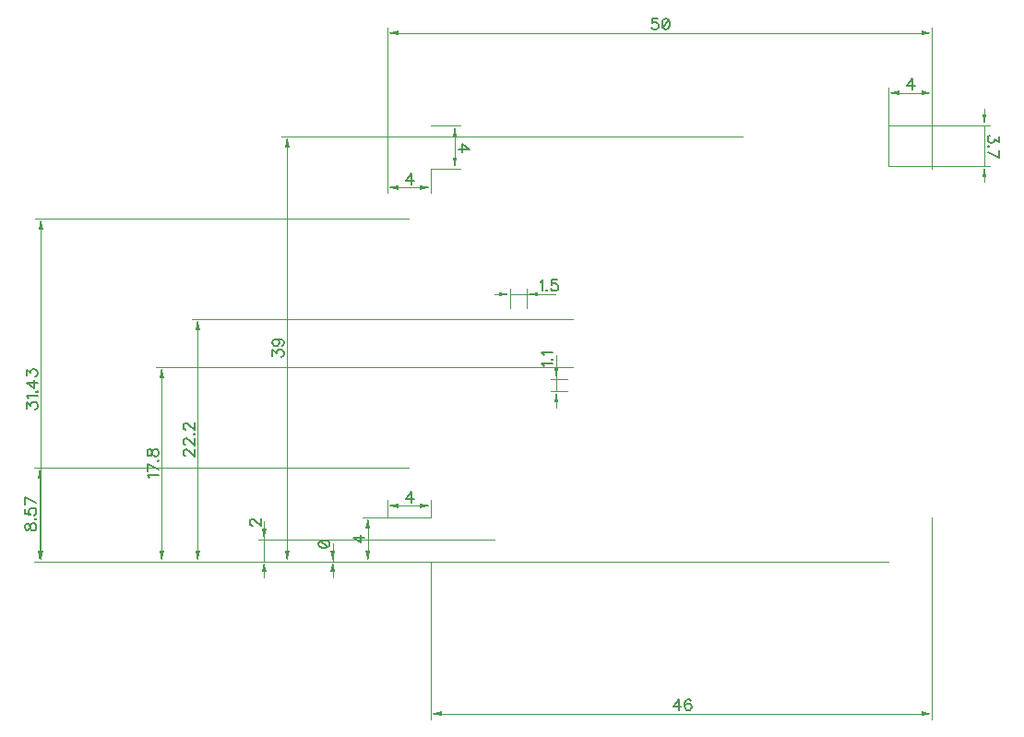
<source format=gbr>
G04 DipTrace 3.1.0.1*
G04 tas5806mROUTE.TopDimension.gbr*
%MOIN*%
G04 #@! TF.FileFunction,Drawing,Top*
G04 #@! TF.Part,Single*
%ADD13C,0.001378*%
%ADD67C,0.006176*%
%FSLAX26Y26*%
G04*
G70*
G90*
G75*
G01*
G04 TopDimension*
%LPD*%
X2205039Y394016D2*
D13*
X177480D1*
X551496D2*
X177480D1*
X197165D2*
D3*
Y453071D2*
Y433386D1*
G36*
Y394016D2*
X189291Y433386D1*
X205039D1*
X197165Y394016D1*
G37*
Y334961D2*
D13*
Y354646D1*
G36*
Y394016D2*
X205039Y354646D1*
X189291D1*
X197165Y394016D1*
G37*
Y460180D2*
D13*
Y394016D1*
X2205039Y1823150D2*
X2571181D1*
X2205039Y1968819D2*
X2571181D1*
X2551496D2*
Y1823150D1*
Y2027874D2*
Y2008189D1*
G36*
Y1968819D2*
X2543622Y2008189D1*
X2559370D1*
X2551496Y1968819D1*
G37*
Y1764094D2*
D13*
Y1783780D1*
G36*
Y1823150D2*
X2559370Y1783780D1*
X2543622D1*
X2551496Y1823150D1*
G37*
X1063307Y1268040D2*
D13*
X-310709D1*
X2205039Y394016D2*
X-310709D1*
X-291024Y831028D2*
Y1228670D1*
G36*
Y1268040D2*
X-283150Y1228670D1*
X-298898D1*
X-291024Y1268040D1*
G37*
Y831028D2*
D13*
Y433386D1*
G36*
Y394016D2*
X-298898Y433386D1*
X-283150D1*
X-291024Y394016D1*
G37*
X1063307Y1094794D2*
D13*
X-440630D1*
X551496Y394016D2*
X-440630D1*
X-420945Y744405D2*
Y1055424D1*
G36*
Y1094794D2*
X-413071Y1055424D1*
X-428819D1*
X-420945Y1094794D1*
G37*
Y744405D2*
D13*
Y433386D1*
G36*
Y394016D2*
X-428819Y433386D1*
X-413071D1*
X-420945Y394016D1*
G37*
X472756Y1631390D2*
D13*
X-877638D1*
X2205039Y394016D2*
X-877638D1*
X-857953Y1012703D2*
Y1592020D1*
G36*
Y1631390D2*
X-850079Y1592020D1*
X-865827D1*
X-857953Y1631390D1*
G37*
Y1012703D2*
D13*
Y433386D1*
G36*
Y394016D2*
X-865827Y433386D1*
X-850079D1*
X-857953Y394016D1*
G37*
X472756Y731417D2*
D13*
X-881575D1*
X551496Y394016D2*
X-881575D1*
X-861890Y562717D2*
Y692047D1*
G36*
Y731417D2*
X-854016Y692047D1*
X-869764D1*
X-861890Y731417D1*
G37*
Y562717D2*
D13*
Y433386D1*
G36*
Y394016D2*
X-869764Y433386D1*
X-854016D1*
X-861890Y394016D1*
G37*
X782205Y472756D2*
D13*
X-70551D1*
X551496Y394016D2*
X-70551D1*
X-50866Y472756D2*
Y394016D1*
Y531811D2*
Y512126D1*
G36*
Y472756D2*
X-58740Y512126D1*
X-42992D1*
X-50866Y472756D1*
G37*
Y334961D2*
D13*
Y354646D1*
G36*
Y394016D2*
X-42992Y354646D1*
X-58740D1*
X-50866Y394016D1*
G37*
Y538921D2*
D13*
Y472756D1*
X1677468Y1929449D2*
X12126D1*
X2205039Y394016D2*
X12126D1*
X31811Y1161732D2*
Y1890079D1*
G36*
Y1929449D2*
X39685Y1890079D1*
X23937D1*
X31811Y1929449D1*
G37*
Y1161732D2*
D13*
Y433386D1*
G36*
Y394016D2*
X23937Y433386D1*
X39685D1*
X31811Y394016D1*
G37*
X551496D2*
D13*
Y-176850D1*
X2362520Y551496D2*
Y-176850D1*
X1457008Y-157165D2*
X590866D1*
G36*
X551496D2*
X590866Y-149291D1*
Y-165039D1*
X551496Y-157165D1*
G37*
X1457008D2*
D13*
X2323150D1*
G36*
X2362520D2*
X2323150Y-165039D1*
Y-149291D1*
X2362520Y-157165D1*
G37*
X551496Y1811339D2*
D13*
Y1724724D1*
X394016Y1811339D2*
Y1724724D1*
X472756Y1744409D2*
X512126D1*
G36*
X551496D2*
X512126Y1736535D1*
Y1752283D1*
X551496Y1744409D1*
G37*
X472756D2*
D13*
X433386D1*
G36*
X394016D2*
X433386Y1752283D1*
Y1736535D1*
X394016Y1744409D1*
G37*
X551496Y1811339D2*
D13*
X657795D1*
X551496Y1968819D2*
X657795D1*
X638110Y1890079D2*
Y1850709D1*
G36*
Y1811339D2*
X630236Y1850709D1*
X645984D1*
X638110Y1811339D1*
G37*
Y1890079D2*
D13*
Y1929449D1*
G36*
Y1968819D2*
X645984Y1929449D1*
X630236D1*
X638110Y1968819D1*
G37*
X551496Y551496D2*
D13*
Y614488D1*
X394016Y551496D2*
Y614488D1*
X472756Y594803D2*
X512126D1*
G36*
X551496D2*
X512126Y586929D1*
Y602677D1*
X551496Y594803D1*
G37*
X472756D2*
D13*
X433386D1*
G36*
X394016D2*
X433386Y602677D1*
Y586929D1*
X394016Y594803D1*
G37*
X551496Y551496D2*
D13*
X303465D1*
X551496Y394016D2*
X303465D1*
X323150Y472756D2*
Y512126D1*
G36*
Y551496D2*
X331024Y512126D1*
X315276D1*
X323150Y551496D1*
G37*
Y472756D2*
D13*
Y433386D1*
G36*
Y394016D2*
X315276Y433386D1*
X331024D1*
X323150Y394016D1*
G37*
X2205039Y1823150D2*
D13*
Y2106614D1*
X2362520Y1811339D2*
Y2106614D1*
X2283780Y2086929D2*
X2244409D1*
G36*
X2205039D2*
X2244409Y2094803D1*
Y2079055D1*
X2205039Y2086929D1*
G37*
X2283780D2*
D13*
X2323150D1*
G36*
X2362520D2*
X2323150Y2079055D1*
Y2094803D1*
X2362520Y2086929D1*
G37*
X394016Y1811339D2*
D13*
Y2323150D1*
X2362520Y1811339D2*
Y2323150D1*
X1378268Y2303465D2*
X433386D1*
G36*
X394016D2*
X433386Y2311339D1*
Y2295591D1*
X394016Y2303465D1*
G37*
X1378268D2*
D13*
X2323150D1*
G36*
X2362520D2*
X2323150Y2295591D1*
Y2311339D1*
X2362520Y2303465D1*
G37*
X1043622Y1051496D2*
D13*
X984567D1*
X1043622Y1008189D2*
X984567D1*
X1004252Y1051496D2*
Y1008189D1*
Y1110551D2*
Y1090866D1*
G36*
Y1051496D2*
X996378Y1090866D1*
X1012126D1*
X1004252Y1051496D1*
G37*
Y949134D2*
D13*
Y968819D1*
G36*
Y1008189D2*
X1012126Y968819D1*
X996378D1*
X1004252Y1008189D1*
G37*
Y1138605D2*
D13*
Y1051496D1*
X838898Y1307402D2*
Y1378268D1*
X897953Y1307402D2*
Y1378268D1*
X838898Y1358583D2*
X897953D1*
X779843D2*
X799528D1*
G36*
X838898D2*
X799528Y1350709D1*
Y1366457D1*
X838898Y1358583D1*
G37*
X957008D2*
D13*
X937323D1*
G36*
X897953D2*
X937323Y1366457D1*
Y1350709D1*
X897953Y1358583D1*
G37*
X1002262D2*
D13*
X897953D1*
X144807Y454145D2*
D67*
X146708Y448397D1*
X152456Y444551D1*
X162007Y442649D1*
X167755D1*
X177305Y444551D1*
X183053Y448397D1*
X184955Y454145D1*
Y457948D1*
X183053Y463696D1*
X177305Y467499D1*
X167755Y469444D1*
X162007D1*
X152456Y467499D1*
X146708Y463696D1*
X144807Y457948D1*
Y454145D1*
X152456Y467499D2*
X177305Y444551D1*
X2603855Y1930119D2*
Y1909117D1*
X2588556Y1920569D1*
Y1914820D1*
X2586655Y1911018D1*
X2584753Y1909117D1*
X2579005Y1907171D1*
X2575203D1*
X2569455Y1909117D1*
X2565608Y1912919D1*
X2563707Y1918667D1*
Y1924415D1*
X2565608Y1930119D1*
X2567554Y1932020D1*
X2571356Y1933966D1*
X2567554Y1892919D2*
X2565608Y1894820D1*
X2563707Y1892919D1*
X2565608Y1890973D1*
X2567554Y1892919D1*
X2563707Y1870972D2*
X2603855Y1851827D1*
Y1878622D1*
X-333832Y775419D2*
X-335733D1*
X-339580Y777320D1*
X-341481Y779221D1*
X-343382Y783068D1*
Y790717D1*
X-341481Y794520D1*
X-339580Y796421D1*
X-335733Y798367D1*
X-331930D1*
X-328084Y796421D1*
X-322380Y792619D1*
X-303234Y773473D1*
Y800268D1*
X-333832Y814565D2*
X-335733D1*
X-339580Y816466D1*
X-341481Y818367D1*
X-343382Y822214D1*
Y829863D1*
X-341481Y833666D1*
X-339580Y835567D1*
X-335733Y837513D1*
X-331930D1*
X-328084Y835567D1*
X-322380Y831765D1*
X-303234Y812619D1*
Y839414D1*
X-307081Y853667D2*
X-305136Y851765D1*
X-303234Y853667D1*
X-305136Y855612D1*
X-307081Y853667D1*
X-333832Y869909D2*
X-335733D1*
X-339580Y871810D1*
X-341481Y873712D1*
X-343382Y877558D1*
Y885208D1*
X-341481Y889010D1*
X-339580Y890912D1*
X-335733Y892857D1*
X-331930D1*
X-328084Y890912D1*
X-322380Y887109D1*
X-303234Y867964D1*
Y894758D1*
X-465654Y695473D2*
X-467600Y699319D1*
X-473303Y705067D1*
X-433156D1*
Y725068D2*
X-473303Y744213D1*
Y717419D1*
X-437002Y758466D2*
X-435057Y756565D1*
X-433156Y758466D1*
X-435057Y760412D1*
X-437002Y758466D1*
X-473303Y782314D2*
X-471402Y776610D1*
X-467600Y774664D1*
X-463753D1*
X-459950Y776610D1*
X-458005Y780412D1*
X-456104Y788062D1*
X-454202Y793810D1*
X-450356Y797612D1*
X-446553Y799513D1*
X-440805D1*
X-437002Y797612D1*
X-435057Y795711D1*
X-433156Y789963D1*
Y782314D1*
X-435057Y776610D1*
X-437002Y774664D1*
X-440805Y772763D1*
X-446553D1*
X-450356Y774664D1*
X-454202Y778511D1*
X-456104Y784215D1*
X-458005Y791864D1*
X-459950Y795711D1*
X-463753Y797612D1*
X-467600D1*
X-471402Y795711D1*
X-473303Y789963D1*
Y782314D1*
X-910311Y947071D2*
Y968074D1*
X-895013Y956622D1*
Y962370D1*
X-893111Y966172D1*
X-891210Y968074D1*
X-885462Y970019D1*
X-881660D1*
X-875912Y968074D1*
X-872065Y964271D1*
X-870164Y958523D1*
Y952775D1*
X-872065Y947071D1*
X-874010Y945170D1*
X-877813Y943224D1*
X-902662Y982370D2*
X-904607Y986217D1*
X-910311Y991965D1*
X-870164D1*
X-874010Y1006218D2*
X-872065Y1004317D1*
X-870164Y1006218D1*
X-872065Y1008163D1*
X-874010Y1006218D1*
X-870164Y1039660D2*
X-910311D1*
X-883561Y1020515D1*
Y1049211D1*
X-910311Y1065409D2*
Y1086411D1*
X-895013Y1074959D1*
Y1080708D1*
X-893111Y1084510D1*
X-891210Y1086411D1*
X-885462Y1088357D1*
X-881660D1*
X-875912Y1086411D1*
X-872065Y1082609D1*
X-870164Y1076861D1*
Y1071113D1*
X-872065Y1065409D1*
X-874010Y1063508D1*
X-877813Y1061562D1*
X-914248Y514735D2*
X-912347Y509031D1*
X-908544Y507085D1*
X-904698D1*
X-900895Y509031D1*
X-898950Y512833D1*
X-897048Y520483D1*
X-895147Y526231D1*
X-891300Y530033D1*
X-887498Y531934D1*
X-881750D1*
X-877947Y530033D1*
X-876002Y528132D1*
X-874101Y522384D1*
Y514735D1*
X-876002Y509031D1*
X-877947Y507085D1*
X-881750Y505184D1*
X-887498D1*
X-891300Y507085D1*
X-895147Y510932D1*
X-897048Y516636D1*
X-898950Y524285D1*
X-900895Y528132D1*
X-904698Y530033D1*
X-908544D1*
X-912347Y528132D1*
X-914248Y522384D1*
Y514735D1*
X-877947Y546187D2*
X-876002Y544286D1*
X-874101Y546187D1*
X-876002Y548133D1*
X-877947Y546187D1*
X-914248Y583432D2*
Y564331D1*
X-897048Y562430D1*
X-898950Y564331D1*
X-900895Y570079D1*
Y575783D1*
X-898950Y581531D1*
X-895147Y585377D1*
X-889399Y587279D1*
X-885597D1*
X-879849Y585377D1*
X-876002Y581531D1*
X-874101Y575783D1*
Y570079D1*
X-876002Y564331D1*
X-877947Y562430D1*
X-881750Y560484D1*
X-874101Y607279D2*
X-914248Y626425D1*
Y599630D1*
X-93674Y523335D2*
X-95575D1*
X-99422Y525236D1*
X-101323Y527138D1*
X-103225Y530984D1*
Y538634D1*
X-101323Y542436D1*
X-99422Y544337D1*
X-95575Y546283D1*
X-91773D1*
X-87926Y544337D1*
X-82222Y540535D1*
X-63077Y521390D1*
Y548184D1*
X-20548Y1136647D2*
Y1157650D1*
X-5249Y1146198D1*
Y1151946D1*
X-3348Y1155748D1*
X-1446Y1157650D1*
X4302Y1159595D1*
X8104D1*
X13852Y1157650D1*
X17699Y1153847D1*
X19600Y1148099D1*
Y1142351D1*
X17699Y1136647D1*
X15754Y1134746D1*
X11951Y1132800D1*
X-7194Y1196840D2*
X-1446Y1194894D1*
X2400Y1191092D1*
X4302Y1185344D1*
Y1183443D1*
X2400Y1177694D1*
X-1446Y1173892D1*
X-7194Y1171946D1*
X-9096D1*
X-14844Y1173892D1*
X-18646Y1177694D1*
X-20548Y1183443D1*
Y1185344D1*
X-18646Y1191092D1*
X-14844Y1194894D1*
X-7194Y1196840D1*
X2400D1*
X11951Y1194894D1*
X17699Y1191092D1*
X19600Y1185344D1*
Y1181541D1*
X17699Y1175793D1*
X13852Y1173892D1*
X1446293Y-144955D2*
Y-104807D1*
X1427147Y-131557D1*
X1455843D1*
X1491143Y-110511D2*
X1489241Y-106708D1*
X1483493Y-104807D1*
X1479691D1*
X1473943Y-106708D1*
X1470096Y-112456D1*
X1468195Y-122007D1*
Y-131557D1*
X1470096Y-139207D1*
X1473943Y-143053D1*
X1479691Y-144955D1*
X1481592D1*
X1487296Y-143053D1*
X1491143Y-139207D1*
X1493044Y-133459D1*
Y-131557D1*
X1491143Y-125809D1*
X1487296Y-122007D1*
X1481592Y-120105D1*
X1479691D1*
X1473943Y-122007D1*
X1470096Y-125809D1*
X1468195Y-131557D1*
X480641Y1756620D2*
Y1796768D1*
X461496Y1770018D1*
X490192D1*
X650321Y1882193D2*
X690469D1*
X663718Y1901339D1*
Y1872643D1*
X480641Y607014D2*
Y647162D1*
X461496Y620411D1*
X490192D1*
X310939Y480641D2*
X270791D1*
X297542Y461496D1*
Y490192D1*
X2291665Y2099140D2*
Y2139288D1*
X2272519Y2112537D1*
X2301215D1*
X1371333Y2355823D2*
X1352232D1*
X1350331Y2338623D1*
X1352232Y2340525D1*
X1357980Y2342470D1*
X1363684D1*
X1369432Y2340525D1*
X1373279Y2336722D1*
X1375180Y2330974D1*
Y2327171D1*
X1373279Y2321423D1*
X1369432Y2317577D1*
X1363684Y2315675D1*
X1357980D1*
X1352232Y2317577D1*
X1350331Y2319522D1*
X1348385Y2323325D1*
X1399027Y2355823D2*
X1393279Y2353922D1*
X1389433Y2348174D1*
X1387531Y2338623D1*
Y2332875D1*
X1389433Y2323325D1*
X1393279Y2317577D1*
X1399027Y2315675D1*
X1402830D1*
X1408578Y2317577D1*
X1412380Y2323325D1*
X1414326Y2332875D1*
Y2338623D1*
X1412380Y2348174D1*
X1408578Y2353922D1*
X1402830Y2355823D1*
X1399027D1*
X1412380Y2348174D2*
X1389433Y2323325D1*
X959543Y1100130D2*
X957597Y1103976D1*
X951893Y1109724D1*
X992041D1*
X988194Y1123977D2*
X990140Y1122076D1*
X992041Y1123977D1*
X990140Y1125923D1*
X988194Y1123977D1*
X959543Y1138274D2*
X957597Y1142121D1*
X951893Y1147869D1*
X992041D1*
X946586Y1403292D2*
X950433Y1405237D1*
X956181Y1410941D1*
Y1370793D1*
X970434Y1374640D2*
X968533Y1372695D1*
X970434Y1370793D1*
X972379Y1372695D1*
X970434Y1374640D1*
X1007679Y1410941D2*
X988577D1*
X986676Y1393741D1*
X988577Y1395643D1*
X994326Y1397588D1*
X1000029D1*
X1005777Y1395643D1*
X1009624Y1391840D1*
X1011525Y1386092D1*
Y1382289D1*
X1009624Y1376541D1*
X1005777Y1372695D1*
X1000029Y1370793D1*
X994326D1*
X988577Y1372695D1*
X986676Y1374640D1*
X984731Y1378443D1*
M02*

</source>
